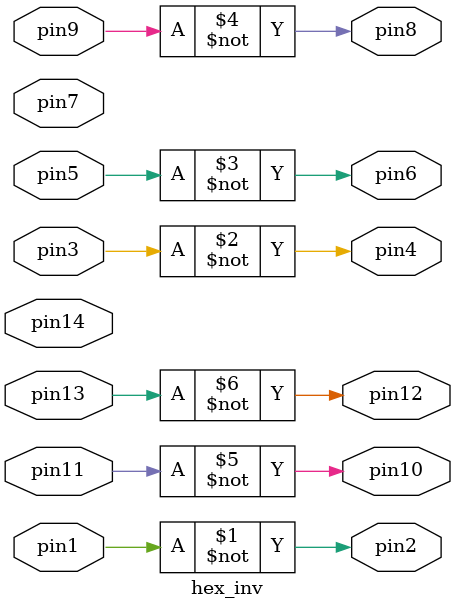
<source format=v>

module hex_inv (
                pin1,
                pin2,
                pin3,
                pin4,
                pin5,
                pin6,
                pin7,
                pin8,
                pin9,
                pin10,
                pin11,
                pin12,
                pin13,
                pin14
                );
   
   input wire  pin1;
   input wire  pin3;
   input wire  pin5;
   input wire  pin9;
   input wire  pin11;
   input wire  pin13;
   input wire  pin7;
   input wire  pin14;
   
   output wire pin2;
   output wire pin4;
   output wire pin6;
   output wire pin8;
   output wire pin10;
   output wire pin12;
   
   assign pin2 = ~pin1;
   assign pin4 = ~pin3;
   assign pin6 = ~pin5;
   assign pin8 = ~pin9;
   assign pin10 = ~pin11;
   assign pin12 = ~pin13;
   
endmodule

</source>
